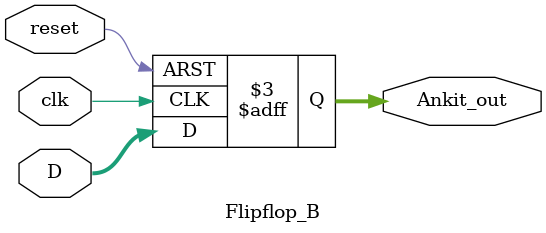
<source format=v>
`timescale 1ns / 1ps


module Flipflop_B(D,clk,reset,Ankit_out);
    input [7:0]D;
    input clk;
    input reset;
    output [7:0] Ankit_out; 
    reg [7:0] Ankit_out;
always@(posedge clk or posedge reset)
begin if(reset==1'b1)
    Ankit_out<=8'b00000000;
else
    Ankit_out<=D;
end
endmodule

</source>
